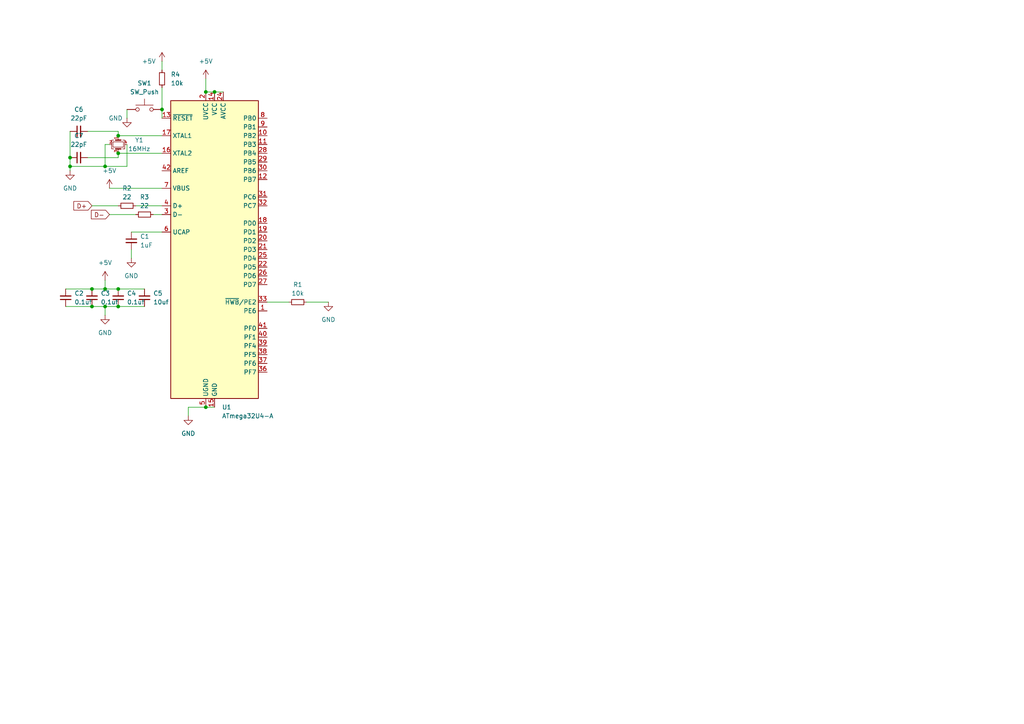
<source format=kicad_sch>
(kicad_sch (version 20250114) (generator "eeschema") (generator_version "9.0")
  (paper "A4")
  (lib_symbols
    (symbol "Device:C_Small" (pin_numbers (hide yes)) (pin_names (offset 0.254) (hide yes))
      (property "Reference" "C" (at 0.254 1.778 0))
      (property "Value" "C_Small" (at 0.254 -2.032 0))
      (symbol "C_Small_0_1"
        (polyline (pts (xy -1.524 0.508) (xy 1.524 0.508)) (stroke (width 0.3048)))
        (polyline (pts (xy -1.524 -0.508) (xy 1.524 -0.508)) (stroke (width 0.3302)))
      )
      (symbol "C_Small_1_1"
        (pin passive line (at 0 2.54 270) (length 2.032) (name "~") (number "1"))
        (pin passive line (at 0 -2.54 90) (length 2.032) (name "~") (number "2"))
      )
    )
    (symbol "Device:Crystal_GND24_Small" (pin_names (offset 1.016) (hide yes))
      (property "Reference" "Y" (at 1.27 4.445 0))
      (property "Value" "Crystal_GND24_Small" (at 1.27 2.54 0))
      (symbol "Crystal_GND24_Small_0_1"
        (polyline (pts (xy -1.27 1.27) (xy -1.27 1.905) (xy 1.27 1.905) (xy 1.27 1.27)))
        (polyline (pts (xy -1.27 -0.762) (xy -1.27 0.762)) (stroke (width 0.381)))
        (polyline (pts (xy -1.27 -1.27) (xy -1.27 -1.905) (xy 1.27 -1.905) (xy 1.27 -1.27)))
        (rectangle (start -0.762 -1.524) (end 0.762 1.524))
        (polyline (pts (xy 1.27 -0.762) (xy 1.27 0.762)) (stroke (width 0.381)))
      )
      (symbol "Crystal_GND24_Small_1_1"
        (pin passive line (at -2.54 0 0) (length 1.27) (name "1") (number "1"))
        (pin passive line (at 0 2.54 270) (length 0.635) (name "4") (number "4"))
        (pin passive line (at 0 -2.54 90) (length 0.635) (name "2") (number "2"))
        (pin passive line (at 2.54 0 180) (length 1.27) (name "3") (number "3"))
      )
    )
    (symbol "Device:R_Small" (pin_numbers (hide yes)) (pin_names (offset 0.254) (hide yes))
      (property "Reference" "R" (at 0.762 0.508 0))
      (property "Value" "R_Small" (at 0.762 -1.016 0))
      (symbol "R_Small_0_1"
        (rectangle (start -0.762 1.778) (end 0.762 -1.778) (stroke (width 0.2032)))
      )
      (symbol "R_Small_1_1"
        (pin passive line (at 0 2.54 270) (length 0.762) (name "~") (number "1"))
        (pin passive line (at 0 -2.54 90) (length 0.762) (name "~") (number "2"))
      )
    )
    (symbol "MCU_Microchip_ATmega:ATmega32U4-A"
      (property "Reference" "U" (at -12.7 44.45 0))
      (property "Value" "ATmega32U4-A" (at 2.54 -44.45 0))
      (symbol "ATmega32U4-A_0_1"
        (rectangle (start -12.7 -43.18) (end 12.7 43.18) (stroke (width 0.254)) (fill (type background)))
      )
      (symbol "ATmega32U4-A_1_1"
        (pin input line (at -15.24 38.1 0) (length 2.54) (name "~{RESET}") (number "13"))
        (pin input line (at -15.24 33.02 0) (length 2.54) (name "XTAL1") (number "17"))
        (pin output line (at -15.24 27.94 0) (length 2.54) (name "XTAL2") (number "16"))
        (pin passive line (at -15.24 22.86 0) (length 2.54) (name "AREF") (number "42"))
        (pin input line (at -15.24 17.78 0) (length 2.54) (name "VBUS") (number "7"))
        (pin bidirectional line (at -15.24 12.7 0) (length 2.54) (name "D+") (number "4"))
        (pin bidirectional line (at -15.24 10.16 0) (length 2.54) (name "D-") (number "3"))
        (pin passive line (at -15.24 5.08 0) (length 2.54) (name "UCAP") (number "6"))
        (pin power_in line (at -2.54 45.72 270) (length 2.54) (name "UVCC") (number "2"))
        (pin passive line (at -2.54 -45.72 90) (length 2.54) (name "UGND") (number "5"))
        (pin power_in line (at 0 45.72 270) (length 2.54) (name "VCC") (number "14"))
        (pin passive line (at 0 45.72 270) (length 2.54) (hide yes) (name "VCC") (number "34"))
        (pin power_in line (at 0 -45.72 90) (length 2.54) (name "GND") (number "15"))
        (pin passive line (at 0 -45.72 90) (length 2.54) (hide yes) (name "GND") (number "23"))
        (pin passive line (at 0 -45.72 90) (length 2.54) (hide yes) (name "GND") (number "35"))
        (pin passive line (at 0 -45.72 90) (length 2.54) (hide yes) (name "GND") (number "43"))
        (pin power_in line (at 2.54 45.72 270) (length 2.54) (name "AVCC") (number "24"))
        (pin passive line (at 2.54 45.72 270) (length 2.54) (hide yes) (name "AVCC") (number "44"))
        (pin bidirectional line (at 15.24 38.1 180) (length 2.54) (name "PB0") (number "8"))
        (pin bidirectional line (at 15.24 35.56 180) (length 2.54) (name "PB1") (number "9"))
        (pin bidirectional line (at 15.24 33.02 180) (length 2.54) (name "PB2") (number "10"))
        (pin bidirectional line (at 15.24 30.48 180) (length 2.54) (name "PB3") (number "11"))
        (pin bidirectional line (at 15.24 27.94 180) (length 2.54) (name "PB4") (number "28"))
        (pin bidirectional line (at 15.24 25.4 180) (length 2.54) (name "PB5") (number "29"))
        (pin bidirectional line (at 15.24 22.86 180) (length 2.54) (name "PB6") (number "30"))
        (pin bidirectional line (at 15.24 20.32 180) (length 2.54) (name "PB7") (number "12"))
        (pin bidirectional line (at 15.24 15.24 180) (length 2.54) (name "PC6") (number "31"))
        (pin bidirectional line (at 15.24 12.7 180) (length 2.54) (name "PC7") (number "32"))
        (pin bidirectional line (at 15.24 7.62 180) (length 2.54) (name "PD0") (number "18"))
        (pin bidirectional line (at 15.24 5.08 180) (length 2.54) (name "PD1") (number "19"))
        (pin bidirectional line (at 15.24 2.54 180) (length 2.54) (name "PD2") (number "20"))
        (pin bidirectional line (at 15.24 0 180) (length 2.54) (name "PD3") (number "21"))
        (pin bidirectional line (at 15.24 -2.54 180) (length 2.54) (name "PD4") (number "25"))
        (pin bidirectional line (at 15.24 -5.08 180) (length 2.54) (name "PD5") (number "22"))
        (pin bidirectional line (at 15.24 -7.62 180) (length 2.54) (name "PD6") (number "26"))
        (pin bidirectional line (at 15.24 -10.16 180) (length 2.54) (name "PD7") (number "27"))
        (pin bidirectional line (at 15.24 -15.24 180) (length 2.54) (name "~{HWB}/PE2") (number "33"))
        (pin bidirectional line (at 15.24 -17.78 180) (length 2.54) (name "PE6") (number "1"))
        (pin bidirectional line (at 15.24 -22.86 180) (length 2.54) (name "PF0") (number "41"))
        (pin bidirectional line (at 15.24 -25.4 180) (length 2.54) (name "PF1") (number "40"))
        (pin bidirectional line (at 15.24 -27.94 180) (length 2.54) (name "PF4") (number "39"))
        (pin bidirectional line (at 15.24 -30.48 180) (length 2.54) (name "PF5") (number "38"))
        (pin bidirectional line (at 15.24 -33.02 180) (length 2.54) (name "PF6") (number "37"))
        (pin bidirectional line (at 15.24 -35.56 180) (length 2.54) (name "PF7") (number "36"))
      )
    )
    (symbol "Switch:SW_Push" (pin_numbers (hide yes)) (pin_names (offset 1.016) (hide yes))
      (property "Reference" "SW" (at 1.27 2.54 0))
      (property "Value" "SW_Push" (at 0 -1.524 0))
      (symbol "SW_Push_0_1"
        (circle (center -2.032 0) (radius 0.508))
        (polyline (pts (xy 0 1.27) (xy 0 3.048)))
        (circle (center 2.032 0) (radius 0.508))
        (polyline (pts (xy 2.54 1.27) (xy -2.54 1.27)))
        (pin passive line (at -5.08 0 0) (length 2.54) (name "1") (number "1"))
        (pin passive line (at 5.08 0 180) (length 2.54) (name "2") (number "2"))
      )
    )
    (symbol "power:+5V" (power) (pin_numbers (hide yes)) (pin_names (offset 0) (hide yes))
      (property "Value" "+5V" (at 0 3.556 0))
      (symbol "+5V_0_1"
        (polyline (pts (xy -0.762 1.27) (xy 0 2.54)))
        (polyline (pts (xy 0 2.54) (xy 0.762 1.27)))
        (polyline (pts (xy 0 0) (xy 0 2.54)))
      )
      (symbol "+5V_1_1"
        (pin power_in line (at 0 0 90) (length 0) (name "~") (number "1"))
      )
    )
    (symbol "power:GND" (power) (pin_numbers (hide yes)) (pin_names (offset 0) (hide yes))
      (property "Value" "GND" (at 0 -3.81 0))
      (symbol "GND_0_1"
        (polyline (pts (xy 0 0) (xy 0 -1.27) (xy 1.27 -1.27) (xy 0 -2.54) (xy -1.27 -1.27) (xy 0 -1.27)))
      )
      (symbol "GND_1_1"
        (pin power_in line (at 0 0 270) (length 0) (name "~") (number "1"))
      )
    )
  )
  (junction (at 20.32 48.26))
  (junction (at 34.29 44.45))
  (junction (at 30.48 88.9))
  (junction (at 59.69 26.67))
  (junction (at 34.29 83.82))
  (junction (at 34.29 88.9))
  (junction (at 26.67 88.9))
  (junction (at 62.23 26.67))
  (junction (at 26.67 83.82))
  (junction (at 59.69 118.11))
  (junction (at 20.32 45.72))
  (junction (at 30.48 83.82))
  (junction (at 34.29 39.37))
  (junction (at 30.48 48.26))
  (junction (at 46.99 31.75))
  (wire (pts (xy 34.29 83.82) (xy 41.91 83.82)))
  (wire (pts (xy 26.67 83.82) (xy 30.48 83.82)))
  (wire (pts (xy 30.48 41.91) (xy 30.48 48.26)))
  (wire (pts (xy 62.23 26.67) (xy 64.77 26.67)))
  (wire (pts (xy 30.48 88.9) (xy 30.48 91.44)))
  (wire (pts (xy 44.45 62.23) (xy 46.99 62.23)))
  (wire (pts (xy 34.29 88.9) (xy 41.91 88.9)))
  (wire (pts (xy 31.75 41.91) (xy 30.48 41.91)))
  (wire (pts (xy 30.48 81.28) (xy 30.48 83.82)))
  (wire (pts (xy 34.29 45.72) (xy 25.4 45.72)))
  (wire (pts (xy 77.47 87.63) (xy 83.82 87.63)))
  (wire (pts (xy 31.75 62.23) (xy 39.37 62.23)))
  (wire (pts (xy 34.29 39.37) (xy 34.29 38.1)))
  (wire (pts (xy 20.32 38.1) (xy 20.32 45.72)))
  (wire (pts (xy 38.1 67.31) (xy 46.99 67.31)))
  (wire (pts (xy 39.37 59.69) (xy 46.99 59.69)))
  (wire (pts (xy 34.29 38.1) (xy 25.4 38.1)))
  (wire (pts (xy 30.48 88.9) (xy 34.29 88.9)))
  (wire (pts (xy 62.23 118.11) (xy 59.69 118.11)))
  (wire (pts (xy 88.9 87.63) (xy 95.25 87.63)))
  (wire (pts (xy 46.99 34.29) (xy 46.99 31.75)))
  (wire (pts (xy 30.48 83.82) (xy 34.29 83.82)))
  (wire (pts (xy 36.83 31.75) (xy 36.83 34.29)))
  (wire (pts (xy 59.69 22.86) (xy 59.69 26.67)))
  (wire (pts (xy 30.48 48.26) (xy 20.32 48.26)))
  (wire (pts (xy 34.29 44.45) (xy 46.99 44.45)))
  (wire (pts (xy 26.67 59.69) (xy 34.29 59.69)))
  (wire (pts (xy 36.83 48.26) (xy 30.48 48.26)))
  (wire (pts (xy 20.32 48.26) (xy 20.32 49.53)))
  (wire (pts (xy 19.05 88.9) (xy 26.67 88.9)))
  (wire (pts (xy 46.99 17.78) (xy 46.99 20.32)))
  (wire (pts (xy 54.61 118.11) (xy 54.61 120.65)))
  (wire (pts (xy 34.29 44.45) (xy 34.29 45.72)))
  (wire (pts (xy 19.05 83.82) (xy 26.67 83.82)))
  (wire (pts (xy 34.29 39.37) (xy 46.99 39.37)))
  (wire (pts (xy 59.69 118.11) (xy 54.61 118.11)))
  (wire (pts (xy 38.1 72.39) (xy 38.1 74.93)))
  (wire (pts (xy 59.69 26.67) (xy 62.23 26.67)))
  (wire (pts (xy 20.32 45.72) (xy 20.32 48.26)))
  (wire (pts (xy 36.83 41.91) (xy 36.83 48.26)))
  (wire (pts (xy 46.99 25.4) (xy 46.99 31.75)))
  (wire (pts (xy 26.67 88.9) (xy 30.48 88.9)))
  (wire (pts (xy 31.75 54.61) (xy 46.99 54.61)))
  (global_label "D+" (shape input) (at 26.67 59.69 180) (property "Intersheetrefs" "${INTERSHEET_REFS}" (effects (hide yes))))
  (global_label "D-" (shape input) (at 31.75 62.23 180) (property "Intersheetrefs" "${INTERSHEET_REFS}" (effects (hide yes))))
  (symbol (lib_id "power:+5V") (at 46.99 17.78 0) (unit 1)
    (property "Reference" "#PWR010" (effects (hide yes)))
    (property "Value" "+5V" (at 43.18 17.78 0))
    (property "Description" "Power symbol creates a global label with name \"+5V\"" (effects (hide yes)))
  )
  (symbol (lib_id "MCU_Microchip_ATmega:ATmega32U4-A") (at 62.23 72.39 0) (unit 1)
    (property "Reference" "U1" (at 64.3733 118.11 0) (effects (justify left)))
    (property "Value" "ATmega32U4-A" (at 64.3733 120.65 0) (effects (justify left)))
    (property "Footprint" "Package_QFP:TQFP-44_10x10mm_P0.8mm" (effects (hide yes)))
    (property "Datasheet" "http://ww1.microchip.com/downloads/en/DeviceDoc/Atmel-7766-8-bit-AVR-ATmega16U4-32U4_Datasheet.pdf" (effects (hide yes)))
    (property "Description" "16MHz, 32kB Flash, 2.5kB SRAM, 1kB EEPROM, USB 2.0, TQFP-44" (effects (hide yes)))
  )
  (symbol (lib_id "Device:R_Small") (at 41.91 62.23 90) (unit 1)
    (property "Reference" "R3" (at 41.91 57.15 90))
    (property "Value" "22" (at 41.91 59.69 90))
    (property "Description" "Resistor, small symbol" (effects (hide yes)))
  )
  (symbol (lib_id "Switch:SW_Push") (at 41.91 31.75 0) (unit 1)
    (property "Reference" "SW1" (at 41.91 24.13 0))
    (property "Value" "SW_Push" (at 41.91 26.67 0))
    (property "Description" "Push button switch, generic, two pins" (effects (hide yes)))
  )
  (symbol (lib_id "Device:C_Small") (at 26.67 86.36 180) (unit 1)
    (property "Reference" "C3" (at 29.21 85.0835 0) (effects (justify right)))
    (property "Value" "0.1uf" (at 29.21 87.6235 0) (effects (justify right)))
    (property "Description" "Unpolarized capacitor, small symbol" (effects (hide yes)))
  )
  (symbol (lib_id "power:+5V") (at 30.48 81.28 0) (unit 1)
    (property "Reference" "#PWR05" (effects (hide yes)))
    (property "Value" "+5V" (at 30.48 76.2 0))
    (property "Description" "Power symbol creates a global label with name \"+5V\"" (effects (hide yes)))
  )
  (symbol (lib_id "power:GND") (at 30.48 91.44 0) (unit 1)
    (property "Reference" "#PWR06" (effects (hide yes)))
    (property "Value" "GND" (at 30.48 96.52 0))
    (property "Description" "Power symbol creates a global label with name \"GND\" , ground" (effects (hide yes)))
  )
  (symbol (lib_id "Device:C_Small") (at 22.86 45.72 90) (unit 1)
    (property "Reference" "C7" (at 22.8663 39.37 90))
    (property "Value" "22pF" (at 22.8663 41.91 90))
    (property "Description" "Unpolarized capacitor, small symbol" (effects (hide yes)))
  )
  (symbol (lib_id "Device:R_Small") (at 36.83 59.69 270) (unit 1)
    (property "Reference" "R2" (at 36.83 54.61 90))
    (property "Value" "22" (at 36.83 57.15 90))
    (property "Description" "Resistor, small symbol" (effects (hide yes)))
  )
  (symbol (lib_id "Device:C_Small") (at 22.86 38.1 90) (unit 1)
    (property "Reference" "C6" (at 22.8663 31.75 90))
    (property "Value" "22pF" (at 22.8663 34.29 90))
    (property "Description" "Unpolarized capacitor, small symbol" (effects (hide yes)))
  )
  (symbol (lib_id "power:GND") (at 20.32 49.53 0) (unit 1)
    (property "Reference" "#PWR08" (effects (hide yes)))
    (property "Value" "GND" (at 20.32 54.61 0))
    (property "Description" "Power symbol creates a global label with name \"GND\" , ground" (effects (hide yes)))
  )
  (symbol (lib_id "power:+5V") (at 31.75 54.61 0) (unit 1)
    (property "Reference" "#PWR07" (effects (hide yes)))
    (property "Value" "+5V" (at 31.75 49.53 0))
    (property "Description" "Power symbol creates a global label with name \"+5V\"" (effects (hide yes)))
  )
  (symbol (lib_id "Device:C_Small") (at 41.91 86.36 180) (unit 1)
    (property "Reference" "C5" (at 44.45 85.0835 0) (effects (justify right)))
    (property "Value" "10uf" (at 44.45 87.6235 0) (effects (justify right)))
    (property "Description" "Unpolarized capacitor, small symbol" (effects (hide yes)))
  )
  (symbol (lib_id "Device:C_Small") (at 38.1 69.85 0) (unit 1)
    (property "Reference" "C1" (at 40.64 68.5862 0) (effects (justify left)))
    (property "Value" "1uF" (at 40.64 71.1262 0) (effects (justify left)))
    (property "Description" "Unpolarized capacitor, small symbol" (effects (hide yes)))
  )
  (symbol (lib_id "power:GND") (at 95.25 87.63 0) (unit 1)
    (property "Reference" "#PWR03" (effects (hide yes)))
    (property "Value" "GND" (at 95.25 92.71 0))
    (property "Description" "Power symbol creates a global label with name \"GND\" , ground" (effects (hide yes)))
  )
  (symbol (lib_id "power:GND") (at 36.83 34.29 0) (unit 1)
    (property "Reference" "#PWR09" (effects (hide yes)))
    (property "Value" "GND" (at 33.528 34.29 0))
    (property "Description" "Power symbol creates a global label with name \"GND\" , ground" (effects (hide yes)))
  )
  (symbol (lib_id "Device:Crystal_GND24_Small") (at 34.29 41.91 270) (unit 1)
    (property "Reference" "Y1" (at 40.386 40.64 90))
    (property "Value" "16MHz" (at 40.386 43.18 90))
    (property "Description" "Four pin crystal, GND on pins 2 and 4, small symbol" (effects (hide yes)))
  )
  (symbol (lib_id "power:GND") (at 38.1 74.93 0) (unit 1)
    (property "Reference" "#PWR04" (effects (hide yes)))
    (property "Value" "GND" (at 38.1 80.01 0))
    (property "Description" "Power symbol creates a global label with name \"GND\" , ground" (effects (hide yes)))
  )
  (symbol (lib_id "Device:R_Small") (at 46.99 22.86 0) (unit 1)
    (property "Reference" "R4" (at 49.53 21.5899 0) (effects (justify left)))
    (property "Value" "10k" (at 49.53 24.1299 0) (effects (justify left)))
    (property "Description" "Resistor, small symbol" (effects (hide yes)))
  )
  (symbol (lib_id "Device:C_Small") (at 19.05 86.36 180) (unit 1)
    (property "Reference" "C2" (at 21.59 85.0835 0) (effects (justify right)))
    (property "Value" "0.1uf" (at 21.59 87.6235 0) (effects (justify right)))
    (property "Description" "Unpolarized capacitor, small symbol" (effects (hide yes)))
  )
  (symbol (lib_id "Device:R_Small") (at 86.36 87.63 90) (unit 1)
    (property "Reference" "R1" (at 86.36 82.55 90))
    (property "Value" "10k" (at 86.36 85.09 90))
    (property "Description" "Resistor, small symbol" (effects (hide yes)))
  )
  (symbol (lib_id "power:+5V") (at 59.69 22.86 0) (unit 1)
    (property "Reference" "#PWR01" (effects (hide yes)))
    (property "Value" "+5V" (at 59.69 17.78 0))
    (property "Description" "Power symbol creates a global label with name \"+5V\"" (effects (hide yes)))
  )
  (symbol (lib_id "power:GND") (at 54.61 120.65 0) (unit 1)
    (property "Reference" "#PWR02" (effects (hide yes)))
    (property "Value" "GND" (at 54.61 125.73 0))
    (property "Description" "Power symbol creates a global label with name \"GND\" , ground" (effects (hide yes)))
  )
  (symbol (lib_id "Device:C_Small") (at 34.29 86.36 180) (unit 1)
    (property "Reference" "C4" (at 36.83 85.0835 0) (effects (justify right)))
    (property "Value" "0.1uf" (at 36.83 87.6235 0) (effects (justify right)))
    (property "Description" "Unpolarized capacitor, small symbol" (effects (hide yes)))
  )
)
</source>
